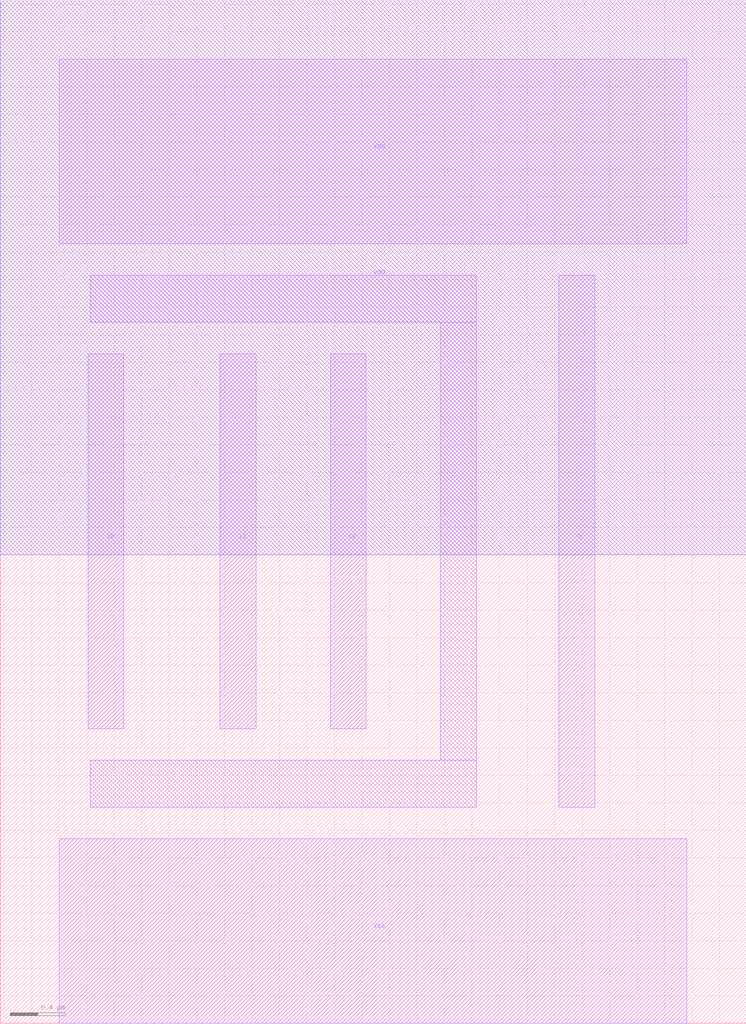
<source format=lef>
VERSION 5.7 ;
  NOWIREEXTENSIONATPIN ON ;
  DIVIDERCHAR "/" ;
  BUSBITCHARS "[]" ;
MACRO and3_x1
  CLASS BLOCK ;
  FOREIGN and3_x1 ;
  ORIGIN 0.430 0.000 ;
  SIZE 5.420 BY 7.430 ;
  PIN vdd
    ANTENNADIFFAREA 3.175400 ;
    PORT
      LAYER Nwell ;
        RECT -0.430 3.400 4.990 7.430 ;
      LAYER Metal1 ;
        RECT 0.000 5.660 4.560 7.000 ;
    END
  END vdd
  PIN vss
    ANTENNADIFFAREA 2.629800 ;
    PORT
      LAYER Metal1 ;
        RECT 0.000 0.000 4.560 1.340 ;
    END
  END vss
  PIN i0
    ANTENNAGATEAREA 0.492800 ;
    PORT
      LAYER Metal1 ;
        RECT 0.210 2.140 0.470 4.860 ;
    END
  END i0
  PIN i1
    ANTENNAGATEAREA 0.492800 ;
    PORT
      LAYER Metal1 ;
        RECT 1.170 2.140 1.430 4.860 ;
    END
  END i1
  PIN i2
    ANTENNAGATEAREA 0.492800 ;
    PORT
      LAYER Metal1 ;
        RECT 1.970 2.140 2.230 4.860 ;
    END
  END i2
  PIN q
    ANTENNADIFFAREA 1.738000 ;
    PORT
      LAYER Metal1 ;
        RECT 3.630 1.570 3.890 5.430 ;
    END
  END q
  OBS
      LAYER Metal1 ;
        RECT 0.225 5.090 3.030 5.430 ;
        RECT 2.770 1.910 3.030 5.090 ;
        RECT 0.225 1.570 3.030 1.910 ;
  END
END and3_x1
END LIBRARY


</source>
